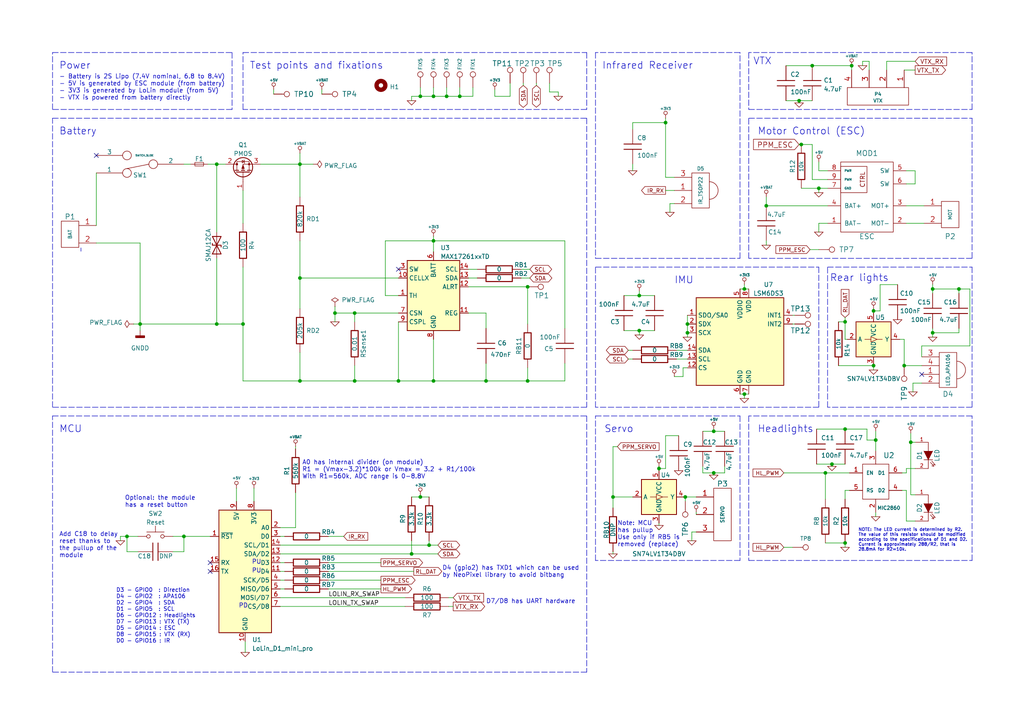
<source format=kicad_sch>
(kicad_sch (version 20211123) (generator eeschema)
  (paper "A4")
  (title_block (title "Carinsitu") (date "2019-06-18") (rev "1") (company "OpusLabs"))
  (junction (at 86.995 47.625))
  (junction (at 247.015 19.05))
  (junction (at 140.97 110.49))
  (junction (at 53.34 155.575))
  (junction (at 121.92 144.145))
  (junction (at 245.11 124.46))
  (junction (at 125.73 69.85))
  (junction (at 115.57 110.49))
  (junction (at 207.01 137.16))
  (junction (at 253.365 106.045))
  (junction (at 245.11 157.48))
  (junction (at 125.73 110.49))
  (junction (at 222.25 59.69))
  (junction (at 264.16 128.27))
  (junction (at 193.04 35.56))
  (junction (at 153.035 83.185))
  (junction (at 278.13 83.82))
  (junction (at 235.585 19.05))
  (junction (at 62.865 93.98))
  (junction (at 129.54 27.94))
  (junction (at 239.395 137.16))
  (junction (at 125.73 27.94))
  (junction (at 241.3 134.62))
  (junction (at 97.155 90.805))
  (junction (at 70.485 93.98))
  (junction (at 199.39 93.98))
  (junction (at 177.8 144.145))
  (junction (at 133.35 27.94))
  (junction (at 231.775 29.21))
  (junction (at 36.83 155.575))
  (junction (at 185.42 85.725))
  (junction (at 215.9 114.3))
  (junction (at 86.995 80.645))
  (junction (at 198.755 144.145))
  (junction (at 237.49 54.61))
  (junction (at 40.64 93.98))
  (junction (at 153.035 110.49))
  (junction (at 102.87 90.805))
  (junction (at 199.39 96.52))
  (junction (at 185.42 95.885))
  (junction (at 121.92 27.94))
  (junction (at 270.51 96.52))
  (junction (at 253.365 90.17))
  (junction (at 102.87 110.49))
  (junction (at 119.38 160.655))
  (junction (at 232.41 41.91))
  (junction (at 245.11 93.345))
  (junction (at 207.01 125.095))
  (junction (at 191.135 135.89))
  (junction (at 254 127.635))
  (junction (at 215.9 83.82))
  (junction (at 262.255 106.045))
  (junction (at 62.865 47.625))
  (junction (at 124.46 158.115))
  (junction (at 86.995 110.49))
  (junction (at 270.51 83.82))
  (no_connect (at 27.94 45.085))
  (no_connect (at 60.96 165.735))
  (no_connect (at 60.96 163.195))
  (no_connect (at 115.57 78.105))
  (no_connect (at 267.335 108.585))
  (wire (pts (xy 130.175 175.895) (xy 131.445 175.895)))
  (wire (pts (xy 267.97 59.69) (xy 262.89 59.69)))
  (polyline (pts (xy 217.17 34.29) (xy 281.94 34.29)))
  (wire (pts (xy 151.13 78.105) (xy 153.67 78.105)))
  (wire (pts (xy 155.575 24.765) (xy 155.575 24.13)))
  (wire (pts (xy 210.185 135.255) (xy 210.185 137.16)))
  (wire (pts (xy 245.11 98.425) (xy 245.745 98.425)))
  (wire (pts (xy 278.13 83.82) (xy 278.13 85.09)))
  (polyline (pts (xy 217.17 15.24) (xy 217.17 31.75)))
  (polyline (pts (xy 170.18 31.75) (xy 70.485 31.75)))
  (wire (pts (xy 133.35 25.4) (xy 133.35 27.94)))
  (wire (pts (xy 151.765 24.13) (xy 151.765 24.765)))
  (wire (pts (xy 262.255 98.425) (xy 262.255 106.045)))
  (wire (pts (xy 133.35 27.94) (xy 129.54 27.94)))
  (wire (pts (xy 130.175 173.355) (xy 131.445 173.355)))
  (polyline (pts (xy 281.94 120.65) (xy 217.17 120.65)))
  (polyline (pts (xy 15.24 34.29) (xy 170.18 34.29)))
  (wire (pts (xy 125.73 27.94) (xy 121.92 27.94)))
  (wire (pts (xy 95.25 165.735) (xy 120.015 165.735)))
  (wire (pts (xy 185.42 85.725) (xy 189.865 85.725)))
  (wire (pts (xy 203.835 137.16) (xy 207.01 137.16)))
  (wire (pts (xy 137.16 25.4) (xy 137.16 27.94)))
  (wire (pts (xy 270.51 83.82) (xy 278.13 83.82)))
  (wire (pts (xy 185.42 95.885) (xy 185.42 97.155)))
  (wire (pts (xy 81.28 163.195) (xy 82.55 163.195)))
  (wire (pts (xy 251.46 127.635) (xy 251.46 124.46)))
  (polyline (pts (xy 170.18 34.29) (xy 170.18 118.11)))
  (wire (pts (xy 70.485 93.98) (xy 62.865 93.98)))
  (wire (pts (xy 161.925 27.94) (xy 161.925 26.67)))
  (wire (pts (xy 237.49 67.31) (xy 237.49 64.77)))
  (wire (pts (xy 237.49 55.88) (xy 237.49 54.61)))
  (wire (pts (xy 125.73 25.4) (xy 125.73 27.94)))
  (wire (pts (xy 215.9 82.55) (xy 215.9 83.82)))
  (polyline (pts (xy 281.94 31.75) (xy 281.94 15.24)))
  (wire (pts (xy 62.865 74.93) (xy 62.865 93.98)))
  (wire (pts (xy 86.995 80.645) (xy 115.57 80.645)))
  (polyline (pts (xy 240.03 77.47) (xy 281.94 77.47)))
  (wire (pts (xy 199.39 96.52) (xy 199.39 97.79)))
  (polyline (pts (xy 70.485 31.75) (xy 70.485 15.24)))
  (wire (pts (xy 265.43 128.27) (xy 264.16 128.27)))
  (wire (pts (xy 243.205 106.045) (xy 253.365 106.045)))
  (wire (pts (xy 102.87 90.805) (xy 115.57 90.805)))
  (wire (pts (xy 229.87 158.75) (xy 227.33 158.75)))
  (wire (pts (xy 135.89 83.185) (xy 153.035 83.185)))
  (wire (pts (xy 125.73 69.85) (xy 125.73 73.025)))
  (wire (pts (xy 200.66 154.305) (xy 201.93 154.305)))
  (wire (pts (xy 125.73 68.58) (xy 125.73 69.85)))
  (polyline (pts (xy 281.94 162.56) (xy 281.94 120.65)))
  (polyline (pts (xy 67.31 31.75) (xy 15.24 31.75)))
  (wire (pts (xy 81.28 158.115) (xy 124.46 158.115)))
  (wire (pts (xy 53.34 155.575) (xy 60.96 155.575)))
  (wire (pts (xy 95.25 155.575) (xy 99.695 155.575)))
  (wire (pts (xy 234.95 72.39) (xy 237.49 72.39)))
  (wire (pts (xy 97.155 90.805) (xy 97.155 93.345)))
  (wire (pts (xy 254 125.095) (xy 254 127.635)))
  (polyline (pts (xy 217.17 31.75) (xy 281.94 31.75)))
  (wire (pts (xy 191.135 135.255) (xy 191.135 135.89)))
  (wire (pts (xy 27.94 70.485) (xy 40.64 70.485)))
  (wire (pts (xy 257.175 17.78) (xy 257.175 20.32)))
  (wire (pts (xy 53.34 47.625) (xy 55.245 47.625)))
  (wire (pts (xy 27.94 50.165) (xy 27.94 65.405)))
  (wire (pts (xy 215.9 114.3) (xy 217.17 114.3)))
  (wire (pts (xy 245.11 158.75) (xy 245.11 157.48)))
  (wire (pts (xy 36.83 155.575) (xy 40.005 155.575)))
  (wire (pts (xy 97.155 88.9) (xy 97.155 90.805)))
  (wire (pts (xy 60.325 47.625) (xy 62.865 47.625)))
  (wire (pts (xy 270.51 85.09) (xy 270.51 83.82)))
  (wire (pts (xy 254 149.86) (xy 254 148.59)))
  (wire (pts (xy 183.515 35.56) (xy 193.04 35.56)))
  (wire (pts (xy 161.925 26.67) (xy 159.385 26.67)))
  (wire (pts (xy 207.01 137.16) (xy 210.185 137.16)))
  (wire (pts (xy 95.25 170.815) (xy 110.49 170.815)))
  (wire (pts (xy 207.01 124.46) (xy 207.01 125.095)))
  (wire (pts (xy 264.16 143.51) (xy 265.43 143.51)))
  (wire (pts (xy 86.995 44.45) (xy 86.995 47.625)))
  (wire (pts (xy 143.51 27.94) (xy 147.955 27.94)))
  (wire (pts (xy 68.58 141.605) (xy 68.58 145.415)))
  (wire (pts (xy 163.83 95.25) (xy 163.83 69.85)))
  (wire (pts (xy 163.83 105.41) (xy 163.83 110.49)))
  (wire (pts (xy 180.975 95.885) (xy 185.42 95.885)))
  (wire (pts (xy 222.25 69.85) (xy 222.25 71.12)))
  (wire (pts (xy 253.365 89.535) (xy 253.365 90.17)))
  (wire (pts (xy 195.58 109.22) (xy 198.12 109.22)))
  (polyline (pts (xy 281.94 34.29) (xy 281.94 74.93)))
  (wire (pts (xy 86.995 102.235) (xy 86.995 110.49)))
  (wire (pts (xy 254 127.635) (xy 254 130.81)))
  (polyline (pts (xy 214.63 15.24) (xy 172.72 15.24)))
  (wire (pts (xy 40.64 70.485) (xy 40.64 93.98)))
  (wire (pts (xy 281.305 100.33) (xy 267.335 100.33)))
  (wire (pts (xy 262.89 64.77) (xy 267.97 64.77)))
  (polyline (pts (xy 217.17 162.56) (xy 281.94 162.56)))
  (wire (pts (xy 81.28 155.575) (xy 82.55 155.575)))
  (polyline (pts (xy 67.31 15.24) (xy 67.31 31.75)))
  (wire (pts (xy 73.66 141.605) (xy 73.66 145.415)))
  (wire (pts (xy 135.89 80.645) (xy 138.43 80.645)))
  (wire (pts (xy 239.395 157.48) (xy 245.11 157.48)))
  (wire (pts (xy 119.38 144.145) (xy 121.92 144.145)))
  (wire (pts (xy 264.16 125.73) (xy 264.16 128.27)))
  (wire (pts (xy 81.28 175.895) (xy 117.475 175.895)))
  (wire (pts (xy 62.865 47.625) (xy 65.405 47.625)))
  (polyline (pts (xy 15.24 15.24) (xy 67.31 15.24)))
  (wire (pts (xy 232.41 41.91) (xy 235.585 41.91)))
  (wire (pts (xy 253.365 107.315) (xy 253.365 106.045)))
  (wire (pts (xy 34.925 155.575) (xy 34.925 156.845)))
  (wire (pts (xy 86.995 47.625) (xy 90.805 47.625)))
  (wire (pts (xy 207.01 137.16) (xy 207.01 137.795)))
  (wire (pts (xy 153.035 110.49) (xy 163.83 110.49)))
  (wire (pts (xy 278.13 95.25) (xy 278.13 96.52)))
  (wire (pts (xy 262.89 151.13) (xy 265.43 151.13)))
  (wire (pts (xy 129.54 27.94) (xy 125.73 27.94)))
  (wire (pts (xy 245.11 144.78) (xy 245.11 142.24)))
  (polyline (pts (xy 170.18 120.65) (xy 170.18 194.945)))
  (wire (pts (xy 177.8 147.32) (xy 177.8 144.145)))
  (wire (pts (xy 86.995 69.85) (xy 86.995 80.645)))
  (wire (pts (xy 229.87 93.98) (xy 230.505 93.98)))
  (wire (pts (xy 191.135 135.89) (xy 191.135 136.525)))
  (wire (pts (xy 70.485 110.49) (xy 70.485 93.98)))
  (polyline (pts (xy 70.485 15.24) (xy 170.18 15.24)))
  (wire (pts (xy 193.04 126.365) (xy 193.04 135.89)))
  (wire (pts (xy 124.46 158.115) (xy 127 158.115)))
  (wire (pts (xy 121.92 143.51) (xy 121.92 144.145)))
  (wire (pts (xy 243.205 93.345) (xy 245.11 93.345)))
  (polyline (pts (xy 172.72 118.11) (xy 172.72 77.47)))
  (wire (pts (xy 70.485 64.77) (xy 70.485 55.245)))
  (wire (pts (xy 253.365 90.17) (xy 255.27 90.17)))
  (wire (pts (xy 40.005 160.02) (xy 36.83 160.02)))
  (wire (pts (xy 250.19 17.78) (xy 252.095 17.78)))
  (wire (pts (xy 231.775 41.91) (xy 232.41 41.91)))
  (polyline (pts (xy 172.72 162.56) (xy 172.72 120.65)))
  (wire (pts (xy 270.51 96.52) (xy 270.51 95.25)))
  (wire (pts (xy 163.83 69.85) (xy 125.73 69.85)))
  (wire (pts (xy 229.87 91.44) (xy 230.505 91.44)))
  (polyline (pts (xy 15.24 120.65) (xy 170.18 120.65)))
  (wire (pts (xy 185.42 95.885) (xy 189.865 95.885)))
  (wire (pts (xy 237.49 64.77) (xy 240.03 64.77)))
  (wire (pts (xy 198.12 109.22) (xy 198.12 106.68)))
  (wire (pts (xy 129.54 25.4) (xy 129.54 27.94)))
  (wire (pts (xy 93.345 26.035) (xy 93.345 27.305)))
  (wire (pts (xy 119.38 27.94) (xy 119.38 29.21)))
  (wire (pts (xy 143.51 26.035) (xy 143.51 27.94)))
  (wire (pts (xy 255.27 90.17) (xy 255.27 82.55)))
  (wire (pts (xy 125.73 110.49) (xy 115.57 110.49)))
  (wire (pts (xy 81.28 165.735) (xy 82.55 165.735)))
  (wire (pts (xy 183.515 144.145) (xy 177.8 144.145)))
  (wire (pts (xy 185.42 84.455) (xy 185.42 85.725)))
  (wire (pts (xy 140.97 105.41) (xy 140.97 110.49)))
  (wire (pts (xy 251.46 124.46) (xy 245.11 124.46)))
  (wire (pts (xy 182.245 101.6) (xy 183.515 101.6)))
  (wire (pts (xy 267.335 100.33) (xy 267.335 103.505)))
  (wire (pts (xy 86.995 80.645) (xy 86.995 89.535)))
  (polyline (pts (xy 170.18 194.945) (xy 15.24 194.945)))
  (wire (pts (xy 245.11 142.24) (xy 246.38 142.24)))
  (wire (pts (xy 215.9 83.82) (xy 217.17 83.82)))
  (polyline (pts (xy 217.17 120.65) (xy 217.17 162.56)))
  (wire (pts (xy 203.835 125.095) (xy 207.01 125.095)))
  (polyline (pts (xy 281.94 118.11) (xy 240.03 118.11)))
  (wire (pts (xy 215.9 83.82) (xy 214.63 83.82)))
  (polyline (pts (xy 214.63 162.56) (xy 172.72 162.56)))
  (wire (pts (xy 250.19 19.05) (xy 250.19 17.78)))
  (wire (pts (xy 36.83 155.575) (xy 34.925 155.575)))
  (wire (pts (xy 239.395 137.16) (xy 246.38 137.16)))
  (polyline (pts (xy 15.24 194.945) (xy 15.24 120.65)))
  (wire (pts (xy 241.3 134.62) (xy 245.11 134.62)))
  (polyline (pts (xy 170.18 118.11) (xy 15.24 118.11)))
  (wire (pts (xy 38.735 93.98) (xy 40.64 93.98)))
  (wire (pts (xy 53.34 160.02) (xy 53.34 155.575)))
  (wire (pts (xy 239.395 137.16) (xy 239.395 144.78)))
  (wire (pts (xy 261.62 142.24) (xy 262.89 142.24)))
  (wire (pts (xy 140.97 110.49) (xy 125.73 110.49)))
  (wire (pts (xy 265.43 17.78) (xy 257.175 17.78)))
  (wire (pts (xy 121.92 144.145) (xy 124.46 144.145)))
  (polyline (pts (xy 214.63 74.93) (xy 214.63 15.24)))
  (wire (pts (xy 207.01 125.095) (xy 210.185 125.095)))
  (polyline (pts (xy 170.18 15.24) (xy 170.18 31.75)))
  (wire (pts (xy 81.28 170.815) (xy 82.55 170.815)))
  (wire (pts (xy 235.585 19.05) (xy 247.015 19.05)))
  (wire (pts (xy 264.795 111.125) (xy 267.335 111.125)))
  (wire (pts (xy 70.485 77.47) (xy 70.485 93.98)))
  (wire (pts (xy 196.215 101.6) (xy 199.39 101.6)))
  (wire (pts (xy 254 127.635) (xy 251.46 127.635)))
  (wire (pts (xy 86.995 110.49) (xy 102.87 110.49)))
  (polyline (pts (xy 15.24 118.11) (xy 15.24 34.29)))
  (wire (pts (xy 236.855 134.62) (xy 241.3 134.62)))
  (wire (pts (xy 196.215 104.14) (xy 199.39 104.14)))
  (wire (pts (xy 140.97 95.25) (xy 140.97 90.805)))
  (wire (pts (xy 222.25 57.15) (xy 222.25 59.69)))
  (wire (pts (xy 270.51 96.52) (xy 278.13 96.52)))
  (polyline (pts (xy 240.03 118.11) (xy 240.03 77.47)))
  (wire (pts (xy 177.8 129.54) (xy 179.07 129.54)))
  (wire (pts (xy 153.035 83.185) (xy 153.035 93.98)))
  (wire (pts (xy 153.035 106.68) (xy 153.035 110.49)))
  (wire (pts (xy 237.49 49.53) (xy 240.03 49.53)))
  (polyline (pts (xy 281.94 15.24) (xy 217.17 15.24)))
  (wire (pts (xy 86.995 110.49) (xy 70.485 110.49)))
  (wire (pts (xy 191.135 152.4) (xy 191.135 151.765)))
  (wire (pts (xy 121.92 27.94) (xy 119.38 27.94)))
  (wire (pts (xy 81.28 160.655) (xy 119.38 160.655)))
  (wire (pts (xy 262.89 49.53) (xy 265.43 49.53)))
  (wire (pts (xy 270.51 83.82) (xy 270.51 82.55)))
  (wire (pts (xy 193.04 135.89) (xy 191.135 135.89)))
  (wire (pts (xy 235.585 52.07) (xy 240.03 52.07)))
  (polyline (pts (xy 237.49 77.47) (xy 237.49 118.11)))
  (wire (pts (xy 227.965 29.21) (xy 231.775 29.21)))
  (wire (pts (xy 102.87 110.49) (xy 115.57 110.49)))
  (wire (pts (xy 81.28 173.355) (xy 117.475 173.355)))
  (wire (pts (xy 183.515 35.56) (xy 183.515 37.465)))
  (wire (pts (xy 198.12 106.68) (xy 199.39 106.68)))
  (wire (pts (xy 95.25 163.195) (xy 110.49 163.195)))
  (wire (pts (xy 115.57 93.345) (xy 115.57 110.49)))
  (wire (pts (xy 235.585 41.91) (xy 235.585 52.07)))
  (wire (pts (xy 102.87 90.805) (xy 97.155 90.805)))
  (wire (pts (xy 262.89 135.89) (xy 265.43 135.89)))
  (wire (pts (xy 199.39 93.98) (xy 199.39 96.52)))
  (polyline (pts (xy 172.72 120.65) (xy 214.63 120.65)))
  (polyline (pts (xy 237.49 118.11) (xy 172.72 118.11)))
  (wire (pts (xy 102.87 93.345) (xy 102.87 90.805)))
  (wire (pts (xy 222.25 59.69) (xy 240.03 59.69)))
  (wire (pts (xy 62.865 93.98) (xy 40.64 93.98)))
  (wire (pts (xy 147.955 27.94) (xy 147.955 24.13)))
  (wire (pts (xy 200.66 156.845) (xy 200.66 154.305)))
  (wire (pts (xy 278.13 83.82) (xy 281.305 83.82)))
  (wire (pts (xy 255.27 82.55) (xy 260.35 82.55)))
  (wire (pts (xy 198.755 144.145) (xy 201.93 144.145)))
  (wire (pts (xy 151.13 80.645) (xy 153.67 80.645)))
  (wire (pts (xy 75.565 47.625) (xy 86.995 47.625)))
  (wire (pts (xy 196.85 126.365) (xy 193.04 126.365)))
  (wire (pts (xy 245.11 93.345) (xy 245.11 98.425)))
  (wire (pts (xy 95.25 168.275) (xy 110.49 168.275)))
  (wire (pts (xy 177.8 160.02) (xy 177.8 160.655)))
  (wire (pts (xy 135.89 90.805) (xy 140.97 90.805)))
  (wire (pts (xy 201.93 149.225) (xy 201.93 148.59)))
  (wire (pts (xy 180.975 85.725) (xy 185.42 85.725)))
  (wire (pts (xy 245.11 124.46) (xy 236.855 124.46)))
  (wire (pts (xy 137.16 27.94) (xy 133.35 27.94)))
  (wire (pts (xy 193.04 34.29) (xy 193.04 35.56)))
  (wire (pts (xy 253.365 90.17) (xy 253.365 90.805)))
  (wire (pts (xy 232.41 54.61) (xy 237.49 54.61)))
  (wire (pts (xy 85.725 153.035) (xy 81.28 153.035)))
  (wire (pts (xy 265.43 53.34) (xy 262.89 53.34)))
  (wire (pts (xy 62.865 47.625) (xy 62.865 67.31)))
  (wire (pts (xy 203.835 135.255) (xy 203.835 137.16)))
  (wire (pts (xy 111.76 69.85) (xy 125.73 69.85)))
  (polyline (pts (xy 172.72 74.93) (xy 214.63 74.93)))
  (polyline (pts (xy 281.94 77.47) (xy 281.94 118.11)))
  (wire (pts (xy 125.73 98.425) (xy 125.73 110.49)))
  (wire (pts (xy 199.39 91.44) (xy 199.39 93.98)))
  (wire (pts (xy 193.04 51.435) (xy 195.58 51.435)))
  (wire (pts (xy 231.775 29.21) (xy 235.585 29.21)))
  (polyline (pts (xy 214.63 120.65) (xy 214.63 162.56)))
  (wire (pts (xy 121.92 25.4) (xy 121.92 27.94)))
  (wire (pts (xy 252.095 17.78) (xy 252.095 20.32)))
  (wire (pts (xy 81.28 168.275) (xy 82.55 168.275)))
  (wire (pts (xy 281.305 83.82) (xy 281.305 100.33)))
  (wire (pts (xy 227.965 19.05) (xy 235.585 19.05)))
  (wire (pts (xy 124.46 156.845) (xy 124.46 158.115)))
  (wire (pts (xy 85.725 129.54) (xy 85.725 130.175)))
  (wire (pts (xy 50.165 155.575) (xy 53.34 155.575)))
  (wire (pts (xy 264.795 113.665) (xy 264.795 111.125)))
  (wire (pts (xy 247.015 19.05) (xy 247.015 20.32)))
  (wire (pts (xy 245.11 92.075) (xy 245.11 93.345)))
  (wire (pts (xy 36.83 160.02) (xy 36.83 155.575)))
  (polyline (pts (xy 15.24 31.75) (xy 15.24 15.24)))
  (wire (pts (xy 193.04 55.245) (xy 195.58 55.245)))
  (wire (pts (xy 194.31 59.055) (xy 194.31 61.595)))
  (wire (pts (xy 119.38 160.655) (xy 127 160.655)))
  (polyline (pts (xy 172.72 77.47) (xy 237.49 77.47)))
  (wire (pts (xy 71.12 186.055) (xy 71.12 189.23)))
  (wire (pts (xy 135.89 78.105) (xy 138.43 78.105)))
  (wire (pts (xy 182.245 104.14) (xy 183.515 104.14)))
  (wire (pts (xy 215.9 114.3) (xy 214.63 114.3)))
  (wire (pts (xy 85.725 142.875) (xy 85.725 153.035)))
  (wire (pts (xy 194.31 59.055) (xy 195.58 59.055)))
  (wire (pts (xy 270.51 97.79) (xy 270.51 96.52)))
  (wire (pts (xy 79.375 26.035) (xy 79.375 27.305)))
  (wire (pts (xy 119.38 156.845) (xy 119.38 160.655)))
  (wire (pts (xy 40.64 93.98) (xy 40.64 95.885)))
  (polyline (pts (xy 281.94 74.93) (xy 217.17 74.93)))
  (wire (pts (xy 237.49 54.61) (xy 240.03 54.61)))
  (wire (pts (xy 262.89 137.16) (xy 262.89 135.89)))
  (wire (pts (xy 260.985 98.425) (xy 262.255 98.425)))
  (wire (pts (xy 177.8 129.54) (xy 177.8 144.145)))
  (wire (pts (xy 227.33 137.16) (xy 239.395 137.16)))
  (wire (pts (xy 198.755 144.145) (xy 198.755 145.415)))
  (wire (pts (xy 86.995 47.625) (xy 86.995 57.15)))
  (wire (pts (xy 265.43 49.53) (xy 265.43 53.34)))
  (wire (pts (xy 215.9 115.57) (xy 215.9 114.3)))
  (wire (pts (xy 50.165 160.02) (xy 53.34 160.02)))
  (wire (pts (xy 237.49 46.99) (xy 237.49 49.53)))
  (polyline (pts (xy 217.17 74.93) (xy 217.17 34.29)))
  (wire (pts (xy 262.255 20.32) (xy 265.43 20.32)))
  (wire (pts (xy 193.04 35.56) (xy 193.04 51.435)))
  (wire (pts (xy 241.3 134.62) (xy 241.3 135.255)))
  (wire (pts (xy 262.255 106.045) (xy 267.335 106.045)))
  (wire (pts (xy 183.515 47.625) (xy 183.515 49.53)))
  (wire (pts (xy 102.87 106.045) (xy 102.87 110.49)))
  (wire (pts (xy 262.89 142.24) (xy 262.89 151.13)))
  (wire (pts (xy 159.385 26.67) (xy 159.385 24.13)))
  (wire (pts (xy 111.76 69.85) (xy 111.76 85.725)))
  (wire (pts (xy 115.57 85.725) (xy 111.76 85.725)))
  (wire (pts (xy 261.62 137.16) (xy 262.89 137.16)))
  (polyline (pts (xy 172.72 15.24) (xy 172.72 74.93)))
  (wire (pts (xy 140.97 110.49) (xy 153.035 110.49)))
  (wire (pts (xy 264.16 128.27) (xy 264.16 143.51)))
  (wire (pts (xy 231.775 29.21) (xy 231.775 29.845)))
  (text "PD" (at 69.215 176.53 0) (effects (font (size 1.27 1.27)) (justify left bottom)))
  (text "-" (at 24.13 71.755 270) (effects (font (size 1.27 1.27)) (justify right bottom)))
  (text "Optional: the module\nhas a reset button" (at 36.195 147.32 0) (effects (font (size 1.27 1.27)) (justify left bottom)))
  (text "D7/D8 has UART hardware" (at 140.97 175.26 0) (effects (font (size 1.27 1.27)) (justify left bottom)))
  (text "MCU" (at 17.145 125.73 0) (effects (font (size 2.032 2.032)) (justify left bottom)))
  (text "A0 has internal divider (on module)\nR1 = (Vmax-3.2)*100k or Vmax = 3.2 + R1/100k\nWith R1=560k, ADC range is 0-8.8V" (at 87.63 139.065 0) (effects (font (size 1.27 1.27)) (justify left bottom)))
  (text "+" (at -208.28 158.115 0) (effects (font (size 1.27 1.27)) (justify left bottom)))
  (text "Test points and fixations" (at 72.39 20.32 0) (effects (font (size 2.032 2.032)) (justify left bottom)))
  (text "NOTE: The LED current is determined by R2.\nThe value of this resistor should be modified\naccording to the specifications of D1 and D2.\nCurrent is approximately 288/R2, that is\n28.8mA for R2=10k." (at 248.92 160.02 0) (effects (font (size 0.889 0.889)) (justify left bottom)))
  (text "Motor Control (ESC)" (at 219.71 39.37 0) (effects (font (size 2.032 2.032)) (justify left bottom)))
  (text "D3 - GPIO0  : Direction\nD4 - GPIO2  : APA106\nD2 - GPIO4  : SDA\nD1 - GPIO5  : SCL\nD6 - GPIO12 : Headlights\nD7 - GPIO13 : VTX (TX)\nD5 - GPIO14 : ESC\nD8 - GPIO15 : VTX (RX)\nD0 - GPIO16 : IR" (at 33.655 186.69 0) (effects (font (size 1.143 1.143)) (justify left bottom)))
  (text "Battery" (at 17.145 39.37 0) (effects (font (size 2.032 2.032)) (justify left bottom)))
  (text "Note: MCU\nhas pullup\nUse only if RB5 is\nremoved (replace)" (at 179.07 158.75 0) (effects (font (size 1.27 1.27)) (justify left bottom)))
  (text "Add C18 to delay\nreset thanks to\nthe pullup of the\nmodule" (at 17.145 161.925 0) (effects (font (size 1.27 1.27)) (justify left bottom)))
  (text "Rear lights" (at 240.665 81.915 0) (effects (font (size 2.032 2.032)) (justify left bottom)))
  (text "VTX" (at 218.44 19.05 0) (effects (font (size 2.032 2.032)) (justify left bottom)))
  (text "D4 (gpio2) has TXD1 which can be used\nby NeoPixel library to avoid bitbang" (at 128.27 167.64 0) (effects (font (size 1.27 1.27)) (justify left bottom)))
  (text "PU" (at 73.025 166.37 0) (effects (font (size 1.27 1.27)) (justify left bottom)))
  (text "PU" (at 73.025 163.83 0) (effects (font (size 1.27 1.27)) (justify left bottom)))
  (text "Infrared Receiver" (at 174.625 20.32 0) (effects (font (size 2.032 2.032)) (justify left bottom)))
  (text "IMU" (at 195.58 82.55 0) (effects (font (size 2.032 2.032)) (justify left bottom)))
  (text "Headlights" (at 219.71 125.73 0) (effects (font (size 2.032 2.032)) (justify left bottom)))
  (text "Power" (at 17.145 20.32 0) (effects (font (size 2.032 2.032)) (justify left bottom)))
  (text "- Battery is 2S Lipo (7.4V nominal, 6.8 to 8.4V)\n- 5V is generated by ESC module (from battery)\n- 3V3 is generated by LoLin module (from 5V)\n- VTX is powered from battery directly" (at 17.145 29.21 0) (effects (font (size 1.27 1.27)) (justify left bottom)))
  (text "Servo" (at 175.26 125.73 0) (effects (font (size 2.032 2.032)) (justify left bottom)))
  (label "LOLIN_RX_SWAP" (at 95.25 173.355 0))
  (label "LOLIN_TX_SWAP" (at 95.25 175.895 0))
  (global_label "VTX_RX" (shape input) (at 265.43 17.78 0) (property "Références Inter-Feuilles" "${INTERSHEET_REFS}" (effects hide)))
  (global_label "HL_PWM" (shape input) (at 227.33 158.75 180) (effects (font (size 1.143 1.143))) (property "Références Inter-Feuilles" "${INTERSHEET_REFS}" (effects hide)))
  (global_label "SDA" (shape bidirectional) (at 153.67 80.645 0) (effects (font (size 1.143 1.143))) (property "Références Inter-Feuilles" "${INTERSHEET_REFS}" (effects hide)))
  (global_label "PPM_ESC" (shape output) (at 110.49 168.275 0) (effects (font (size 1.143 1.143))) (property "Références Inter-Feuilles" "${INTERSHEET_REFS}" (effects hide)))
  (global_label "SCL" (shape bidirectional) (at 182.245 104.14 180) (effects (font (size 1.143 1.143))) (property "Références Inter-Feuilles" "${INTERSHEET_REFS}" (effects hide)))
  (global_label "SDA" (shape bidirectional) (at 127 160.655 0) (effects (font (size 1.143 1.143))) (property "Références Inter-Feuilles" "${INTERSHEET_REFS}" (effects hide)))
  (global_label "IR_RX" (shape output) (at 193.04 55.245 180) (effects (font (size 1.143 1.143))) (property "Références Inter-Feuilles" "${INTERSHEET_REFS}" (effects hide)))
  (global_label "SCL" (shape bidirectional) (at 153.67 78.105 0) (effects (font (size 1.143 1.143))) (property "Références Inter-Feuilles" "${INTERSHEET_REFS}" (effects hide)))
  (global_label "PPM_ESC" (shape input) (at 231.775 41.91 180) (effects (font (size 1.524 1.524))) (property "Références Inter-Feuilles" "${INTERSHEET_REFS}" (effects hide)))
  (global_label "SCL" (shape bidirectional) (at 155.575 24.765 270) (effects (font (size 1.143 1.143))) (property "Références Inter-Feuilles" "${INTERSHEET_REFS}" (effects hide)))
  (global_label "IR_RX" (shape input) (at 99.695 155.575 0) (effects (font (size 1.143 1.143))) (property "Références Inter-Feuilles" "${INTERSHEET_REFS}" (effects hide)))
  (global_label "SCL" (shape bidirectional) (at 127 158.115 0) (effects (font (size 1.143 1.143))) (property "Références Inter-Feuilles" "${INTERSHEET_REFS}" (effects hide)))
  (global_label "VTX_TX" (shape output) (at 265.43 20.32 0) (property "Références Inter-Feuilles" "${INTERSHEET_REFS}" (effects hide)))
  (global_label "SDA" (shape bidirectional) (at 182.245 101.6 180) (effects (font (size 1.143 1.143))) (property "Références Inter-Feuilles" "${INTERSHEET_REFS}" (effects hide)))
  (global_label "SDA" (shape bidirectional) (at 151.765 24.765 270) (effects (font (size 1.143 1.143))) (property "Références Inter-Feuilles" "${INTERSHEET_REFS}" (effects hide)))
  (global_label "VTX_RX" (shape output) (at 131.445 175.895 0) (property "Références Inter-Feuilles" "${INTERSHEET_REFS}" (effects hide)))
  (global_label "PPM_SERVO" (shape output) (at 110.49 163.195 0) (effects (font (size 1.143 1.143))) (property "Références Inter-Feuilles" "${INTERSHEET_REFS}" (effects hide)))
  (global_label "PPM_ESC" (shape input) (at 234.95 72.39 180) (effects (font (size 1.143 1.143))) (property "Références Inter-Feuilles" "${INTERSHEET_REFS}" (effects hide)))
  (global_label "RL_DAT" (shape input) (at 245.11 92.075 90) (effects (font (size 1.143 1.143))) (property "Références Inter-Feuilles" "${INTERSHEET_REFS}" (effects hide)))
  (global_label "HL_PWM" (shape input) (at 227.33 137.16 180) (effects (font (size 1.143 1.143))) (property "Références Inter-Feuilles" "${INTERSHEET_REFS}" (effects hide)))
  (global_label "VTX_TX" (shape input) (at 131.445 173.355 0) (property "Références Inter-Feuilles" "${INTERSHEET_REFS}" (effects hide)))
  (global_label "HL_PWM" (shape output) (at 110.49 170.815 0) (effects (font (size 1.143 1.143))) (property "Références Inter-Feuilles" "${INTERSHEET_REFS}" (effects hide)))
  (global_label "RL_DAT" (shape output) (at 120.015 165.735 0) (effects (font (size 1.143 1.143))) (property "Références Inter-Feuilles" "${INTERSHEET_REFS}" (effects hide)))
  (global_label "PPM_SERVO" (shape input) (at 179.07 129.54 0) (effects (font (size 1.143 1.143))) (property "Références Inter-Feuilles" "${INTERSHEET_REFS}" (effects hide)))
  (symbol (lib_id "carinsitu:CONN_1") (at 137.16 21.59 90) (unit 1)
    (property "Reference" "FIX1" (at 137.16 20.32 0) (effects (font (size 1.016 1.016)) (justify left)))
    (property "Value" "CONN_1" (effects hide))
    (property "Footprint" "carinsitu:FIX" (effects hide))
    (property "Distrib Ref" "-" (effects hide))
    (property "Distributor" "-" (effects hide))
    (property "Manuf Ref" "-" (effects hide))
    (property "Manufacturer" "-" (effects hide))
  )
  (symbol (lib_id "carinsitu:CONN_1") (at 133.35 21.59 90) (unit 1)
    (property "Reference" "FIX2" (at 133.35 20.32 0) (effects (font (size 1.016 1.016)) (justify left)))
    (property "Value" "CONN_1" (effects hide))
    (property "Footprint" "carinsitu:FIX" (effects hide))
    (property "Distrib Ref" "-" (effects hide))
    (property "Distributor" "-" (effects hide))
    (property "Manuf Ref" "-" (effects hide))
    (property "Manufacturer" "-" (effects hide))
  )
  (symbol (lib_id "carinsitu:CONN_1") (at 129.54 21.59 90) (unit 1)
    (property "Reference" "FIX3" (at 129.54 20.32 0) (effects (font (size 1.016 1.016)) (justify left)))
    (property "Value" "CONN_1" (effects hide))
    (property "Footprint" "carinsitu:FIX" (effects hide))
    (property "Distrib Ref" "-" (effects hide))
    (property "Distributor" "-" (effects hide))
    (property "Manuf Ref" "-" (effects hide))
    (property "Manufacturer" "-" (effects hide))
  )
  (symbol (lib_id "carinsitu:CONN_1") (at 125.73 21.59 90) (unit 1)
    (property "Reference" "FIX4" (at 125.73 20.32 0) (effects (font (size 1.016 1.016)) (justify left)))
    (property "Value" "CONN_1" (effects hide))
    (property "Footprint" "carinsitu:FIX" (effects hide))
    (property "Distrib Ref" "-" (effects hide))
    (property "Distributor" "-" (effects hide))
    (property "Manuf Ref" "-" (effects hide))
    (property "Manufacturer" "-" (effects hide))
  )
  (symbol (lib_id "carinsitu:CONN_1") (at 121.92 21.59 90) (unit 1)
    (property "Reference" "FIX5" (at 121.92 20.32 0) (effects (font (size 1.016 1.016)) (justify left)))
    (property "Value" "CONN_1" (effects hide))
    (property "Footprint" "carinsitu:FIX" (effects hide))
    (property "Distrib Ref" "-" (effects hide))
    (property "Distributor" "-" (effects hide))
    (property "Manuf Ref" "-" (effects hide))
    (property "Manufacturer" "-" (effects hide))
  )
  (symbol (lib_id "carinsitu:GND") (at 119.38 29.21 0) (unit 1)
    (property "Reference" "#PWR01" (effects hide))
    (property "Value" "GND" (effects hide))
  )
  (symbol (lib_id "carinsitu:ESC") (at 251.46 57.15 0) (unit 1)
    (property "Reference" "MOD1" (at 251.46 44.45 0) (effects (font (size 1.524 1.524))))
    (property "Value" "ESC" (at 251.46 68.58 0) (effects (font (size 1.524 1.524))))
    (property "Footprint" "carinsitu:ESC" (effects hide))
  )
  (symbol (lib_id "carinsitu:CONN_2") (at 275.59 62.23 0) (unit 1)
    (property "Reference" "P2" (at 275.59 68.58 0) (effects (font (size 1.524 1.524))))
    (property "Value" "MOT" (at 275.59 62.23 90) (effects (font (size 1.016 1.016))))
    (property "Footprint" "carinsitu:CONN_JST-XH-2" (effects hide))
    (property "Manufacturer" "JST" (effects hide))
    (property "Manuf Ref" "S2B-XH-A" (effects hide))
    (property "Distributor" "Farnell" (effects hide))
    (property "Distrib Ref" "1516289" (effects hide))
  )
  (symbol (lib_id "carinsitu:LED") (at 269.24 147.32 0) (mirror x) (unit 1)
    (property "Reference" "D2" (at 266.7 147.32 90))
    (property "Value" "LED" (at 271.78 147.32 90))
    (property "Footprint" "LED_THT:LED_D5.0mm_Horizontal_O3.81mm_Z3.0mm" (effects hide))
    (property "Distrib Ref" "1716702" (effects hide))
    (property "Distributor" "Farnell" (effects hide))
    (property "Manuf Ref" "OVL-5521" (effects hide))
    (property "Manufacturer" "Multicomp pro" (effects hide))
  )
  (symbol (lib_id "carinsitu:LED") (at 269.24 132.08 0) (mirror x) (unit 1)
    (property "Reference" "D1" (at 266.7 132.08 90))
    (property "Value" "LED" (at 271.78 132.08 90))
    (property "Footprint" "LED_THT:LED_D5.0mm_Horizontal_O3.81mm_Z3.0mm" (effects hide))
    (property "Distrib Ref" "1716702" (effects hide))
    (property "Distributor" "Farnell" (effects hide))
    (property "Manuf Ref" "OVL-5521" (effects hide))
    (property "Manufacturer" "Multicomp pro" (effects hide))
  )
  (symbol (lib_id "carinsitu:MIC2860") (at 254 139.7 0) (unit 1)
    (property "Reference" "U2" (at 257.81 132.08 0) (effects (font (size 1.524 1.524))))
    (property "Value" "MIC2860" (at 257.81 147.32 0) (effects (font (size 1.016 1.016))))
    (property "Footprint" "Package_TO_SOT_SMD:SOT-23-6" (effects hide))
    (property "Manufacturer" "Microchip" (effects hide))
    (property "Manuf Ref" "MIC2860-2PYD6" (effects hide))
    (property "Distributor" "Farnell" (effects hide))
    (property "Distrib Ref" "2509995" (effects hide))
  )
  (symbol (lib_id "carinsitu:GND") (at 237.49 55.88 0) (unit 1)
    (property "Reference" "#PWR02" (effects hide))
    (property "Value" "GND" (effects hide))
  )
  (symbol (lib_id "carinsitu:+5V") (at 237.49 46.99 0) (unit 1)
    (property "Reference" "#PWR03" (effects hide))
    (property "Value" "+5V" (at 237.49 44.196 0) (effects (font (size 0.762 0.762))))
  )
  (symbol (lib_id "carinsitu:+5V") (at 264.16 125.73 0) (unit 1)
    (property "Reference" "#PWR04" (effects hide))
    (property "Value" "+5V" (at 264.16 122.936 0) (effects (font (size 0.762 0.762))))
  )
  (symbol (lib_id "carinsitu:+5V") (at 254 125.095 0) (unit 1)
    (property "Reference" "#PWR05" (effects hide))
    (property "Value" "+5V" (at 254 122.301 0) (effects (font (size 0.762 0.762))))
  )
  (symbol (lib_id "carinsitu:GND") (at 254 149.86 0) (unit 1)
    (property "Reference" "#PWR06" (effects hide))
    (property "Value" "GND" (effects hide))
  )
  (symbol (lib_id "carinsitu:R") (at 245.11 151.13 180) (unit 1)
    (property "Reference" "R2" (at 242.57 151.13 90))
    (property "Value" "10k" (at 245.11 151.13 90) (effects (font (size 1.143 1.143))))
    (property "Footprint" "Resistor_SMD:R_0805_2012Metric" (effects hide))
    (property "Distrib Ref" "2073612" (effects hide))
    (property "Distributor" "Farnell" (effects hide))
    (property "Manuf Ref" "MCMR08X103JTL" (effects hide))
    (property "Manufacturer" "Multicomp pro" (effects hide))
  )
  (symbol (lib_id "carinsitu:GND") (at 245.11 158.75 0) (unit 1)
    (property "Reference" "#PWR07" (effects hide))
    (property "Value" "GND" (effects hide))
  )
  (symbol (lib_id "carinsitu:GND") (at 237.49 67.31 0) (unit 1)
    (property "Reference" "#PWR019" (effects hide))
    (property "Value" "GND" (effects hide))
  )
  (symbol (lib_id "carinsitu:+VBAT") (at 222.25 57.15 0) (unit 1)
    (property "Reference" "#PWR021" (effects hide))
    (property "Value" "+VBAT" (at 222.25 54.356 0) (effects (font (size 0.762 0.762))))
  )
  (symbol (lib_id "carinsitu:CONN_3") (at 209.55 149.225 0) (unit 1)
    (property "Reference" "P3" (at 209.55 140.335 0) (effects (font (size 1.524 1.524))))
    (property "Value" "SERVO" (at 209.55 149.225 90) (effects (font (size 1.016 1.016))))
    (property "Footprint" "carinsitu:CONN_61300311021" (effects hide))
    (property "Manufacturer" "Molex" (effects hide))
    (property "Manuf Ref" "22-28-8030" (effects hide))
    (property "Distributor" "Farnell" (effects hide))
    (property "Distrib Ref" "3049557" (effects hide))
  )
  (symbol (lib_id "carinsitu:+5V") (at 201.93 148.59 0) (unit 1)
    (property "Reference" "#PWR025" (effects hide))
    (property "Value" "+5V" (at 201.93 145.796 0) (effects (font (size 0.762 0.762))))
  )
  (symbol (lib_id "carinsitu:GND") (at 200.66 156.845 0) (unit 1)
    (property "Reference" "#PWR026" (effects hide))
    (property "Value" "GND" (effects hide))
  )
  (symbol (lib_id "carinsitu:LED_APA106") (at 274.955 107.315 0) (unit 1)
    (property "Reference" "D4" (at 274.955 114.3 0) (effects (font (size 1.524 1.524))))
    (property "Value" "LED_APA106" (at 274.955 107.315 90) (effects (font (size 1.016 1.016))))
    (property "Footprint" "carinsitu:LED-APA106" (effects hide))
  )
  (symbol (lib_id "carinsitu:GND") (at 264.795 113.665 0) (unit 1)
    (property "Reference" "#PWR030" (effects hide))
    (property "Value" "GND" (effects hide))
  )
  (symbol (lib_id "carinsitu:CONN_1") (at 151.765 20.32 90) (unit 1)
    (property "Reference" "TP2" (at 153.67 18.415 90) (effects (font (size 1.524 1.524)) (justify left)))
    (property "Value" "CONN_1" (effects hide))
    (property "Footprint" "carinsitu:TP" (effects hide))
    (property "Distrib Ref" "-" (effects hide))
    (property "Distributor" "-" (effects hide))
    (property "Manuf Ref" "-" (effects hide))
    (property "Manufacturer" "-" (effects hide))
  )
  (symbol (lib_id "carinsitu:CONN_1") (at 155.575 20.32 90) (unit 1)
    (property "Reference" "TP3" (at 158.115 18.415 90) (effects (font (size 1.524 1.524)) (justify left)))
    (property "Value" "CONN_1" (effects hide))
    (property "Footprint" "carinsitu:TP" (effects hide))
    (property "Distrib Ref" "-" (effects hide))
    (property "Distributor" "-" (effects hide))
    (property "Manuf Ref" "-" (effects hide))
    (property "Manufacturer" "-" (effects hide))
  )
  (symbol (lib_id "carinsitu:CONN_1") (at 97.155 27.305 0) (unit 1)
    (property "Reference" "TP4" (at 99.187 27.305 0) (effects (font (size 1.524 1.524)) (justify left)))
    (property "Value" "CONN_1" (effects hide))
    (property "Footprint" "carinsitu:TP" (effects hide))
    (property "Distrib Ref" "-" (effects hide))
    (property "Distributor" "-" (effects hide))
    (property "Manuf Ref" "-" (effects hide))
    (property "Manufacturer" "-" (effects hide))
  )
  (symbol (lib_id "carinsitu:+VBAT") (at 93.345 26.035 0) (unit 1)
    (property "Reference" "#PWR053" (effects hide))
    (property "Value" "+VBAT" (at 93.345 23.241 0) (effects (font (size 0.762 0.762))))
  )
  (symbol (lib_id "carinsitu:CONN_1") (at 159.385 20.32 90) (unit 1)
    (property "Reference" "TP5" (at 163.195 18.415 90) (effects (font (size 1.524 1.524)) (justify left)))
    (property "Value" "CONN_1" (effects hide))
    (property "Footprint" "carinsitu:TP" (effects hide))
    (property "Distrib Ref" "-" (effects hide))
    (property "Distributor" "-" (effects hide))
    (property "Manuf Ref" "-" (effects hide))
    (property "Manufacturer" "-" (effects hide))
  )
  (symbol (lib_id "carinsitu:GND") (at 161.925 27.94 0) (unit 1)
    (property "Reference" "#PWR054" (effects hide))
    (property "Value" "GND" (effects hide))
  )
  (symbol (lib_id "carinsitu:IR_TSOP22") (at 203.2 55.245 0) (unit 1)
    (property "Reference" "D5" (at 203.2 48.895 0) (effects (font (size 1.016 1.016))))
    (property "Value" "IR_TSOP22" (at 203.2 55.245 90) (effects (font (size 1.016 1.016))))
    (property "Footprint" "carinsitu:CONN_61300311121" (effects hide))
    (property "Distrib Ref" "4913073" (effects hide))
    (property "Distributor" "Farnell" (effects hide))
    (property "Manuf Ref" "TSOP2238" (effects hide))
    (property "Manufacturer" "Vishay" (effects hide))
  )
  (symbol (lib_id "carinsitu:GND") (at 194.31 61.595 0) (unit 1)
    (property "Reference" "#PWR055" (effects hide))
    (property "Value" "GND" (effects hide))
  )
  (symbol (lib_id "carinsitu:+3V3") (at 193.04 34.29 0) (mirror y) (unit 1)
    (property "Reference" "#PWR056" (effects hide))
    (property "Value" "+3V3" (at 193.04 31.496 0) (effects (font (size 0.762 0.762))))
  )
  (symbol (lib_id "carinsitu:CONN_1") (at 198.755 149.225 270) (unit 1)
    (property "Reference" "TP6" (at 198.755 151.257 0) (effects (font (size 1.524 1.524)) (justify left)))
    (property "Value" "CONN_1" (effects hide))
    (property "Footprint" "carinsitu:TP" (effects hide))
    (property "Distrib Ref" "-" (effects hide))
    (property "Distributor" "-" (effects hide))
    (property "Manuf Ref" "-" (effects hide))
    (property "Manufacturer" "-" (effects hide))
  )
  (symbol (lib_id "carinsitu:C") (at 278.13 90.17 0) (unit 1)
    (property "Reference" "C16" (at 273.685 87.63 0) (effects (justify left)))
    (property "Value" "4.7uF" (at 272.415 92.71 0) (effects (justify left)))
    (property "Footprint" "Capacitor_SMD:C_0805_2012Metric" (effects hide))
    (property "Distrib Ref" "2533952" (effects hide))
    (property "Distributor" "Farnell" (effects hide))
    (property "Manuf Ref" "885012107013" (effects hide))
    (property "Manufacturer" "Würth elektronik" (effects hide))
  )
  (symbol (lib_id "carinsitu:+5V") (at 270.51 82.55 0) (unit 1)
    (property "Reference" "#PWR061" (effects hide))
    (property "Value" "+5V" (at 270.51 79.756 0) (effects (font (size 0.762 0.762))))
  )
  (symbol (lib_id "carinsitu:GND") (at 270.51 97.79 0) (unit 1)
    (property "Reference" "#PWR062" (effects hide))
    (property "Value" "GND" (effects hide))
  )
  (symbol (lib_id "carinsitu:C") (at 270.51 90.17 0) (unit 1)
    (property "Reference" "C15" (at 266.065 87.63 0) (effects (justify left)))
    (property "Value" "100nF" (at 264.16 92.71 0) (effects (justify left)))
    (property "Footprint" "Capacitor_SMD:C_0603_1608Metric" (effects hide))
    (property "Distrib Ref" "2581045" (effects hide))
    (property "Distributor" "Farnell" (effects hide))
    (property "Manuf Ref" "C0603C104M4RACTU" (effects hide))
    (property "Manufacturer" "Kemet" (effects hide))
  )
  (symbol (lib_id "carinsitu:C") (at 245.11 129.54 0) (unit 1)
    (property "Reference" "C17" (at 246.38 127 0) (effects (justify left)))
    (property "Value" "4.7uF" (at 246.38 132.08 0) (effects (justify left)))
    (property "Footprint" "Capacitor_SMD:C_0805_2012Metric" (effects hide))
    (property "Distrib Ref" "2533952" (effects hide))
    (property "Distributor" "Farnell" (effects hide))
    (property "Manuf Ref" "885012107013" (effects hide))
    (property "Manufacturer" "Würth elektronik" (effects hide))
  )
  (symbol (lib_id "carinsitu:CONN_1") (at 241.3 72.39 0) (unit 1)
    (property "Reference" "TP7" (at 243.332 72.39 0) (effects (font (size 1.524 1.524)) (justify left)))
    (property "Value" "CONN_1" (effects hide))
    (property "Footprint" "carinsitu:TP" (effects hide))
    (property "RefBis" "PPM_ESC" (effects hide))
    (property "Distrib Ref" "-" (effects hide))
    (property "Distributor" "-" (effects hide))
    (property "Manuf Ref" "-" (effects hide))
    (property "Manufacturer" "-" (effects hide))
  )
  (symbol (lib_id "carinsitu:CONN_1") (at 233.68 158.75 0) (unit 1)
    (property "Reference" "TP8" (at 233.68 156.21 0) (effects (font (size 1.143 1.143))))
    (property "Value" "CONN_1" (effects hide))
    (property "Footprint" "carinsitu:TP" (effects hide))
    (property "RefBis" "HL_PWM" (effects hide))
    (property "Distrib Ref" "-" (effects hide))
    (property "Distributor" "-" (effects hide))
    (property "Manuf Ref" "-" (effects hide))
    (property "Manufacturer" "-" (effects hide))
  )
  (symbol (lib_id "carinsitu:CONN_1") (at 262.255 109.855 270) (unit 1)
    (property "Reference" "TP9" (at 262.255 111.887 0) (effects (font (size 1.524 1.524)) (justify left)))
    (property "Value" "CONN_1" (effects hide))
    (property "Footprint" "carinsitu:TP" (effects hide))
    (property "Distrib Ref" "-" (effects hide))
    (property "Distributor" "-" (effects hide))
    (property "Manuf Ref" "-" (effects hide))
    (property "Manufacturer" "-" (effects hide))
  )
  (symbol (lib_id "carinsitu:R") (at 70.485 71.12 180) (unit 1)
    (property "Reference" "R4" (at 73.025 71.12 90))
    (property "Value" "100" (at 70.485 71.12 90))
    (property "Footprint" "Resistor_SMD:R_0805_2012Metric" (effects hide))
    (property "Distrib Ref" "2447552" (effects hide))
    (property "Distributor" "Farnell" (effects hide))
    (property "Manuf Ref" "MCWR08X1000FTL" (effects hide))
    (property "Manufacturer" "Multicomp pro" (effects hide))
  )
  (symbol (lib_id "carinsitu:GND") (at 183.515 49.53 0) (unit 1)
    (property "Reference" "#PWR020" (effects hide))
    (property "Value" "GND" (effects hide))
  )
  (symbol (lib_id "carinsitu:+3V3") (at 73.66 141.605 0) (unit 1)
    (property "Reference" "#PWR010" (effects hide))
    (property "Value" "+3V3" (at 73.66 138.811 0) (effects (font (size 0.762 0.762))))
  )
  (symbol (lib_id "carinsitu:GND") (at 199.39 97.79 0) (unit 1)
    (property "Reference" "#PWR018" (effects hide))
    (property "Value" "GND" (effects hide))
  )
  (symbol (lib_id "Logic_LevelTranslator:SN74LV1T34DBV") (at 253.365 98.425 0) (unit 1)
    (property "Reference" "U5" (at 255.27 92.075 0))
    (property "Value" "SN74LV1T34DBV" (at 253.365 109.855 0))
    (property "Footprint" "Package_TO_SOT_SMD:SOT-23-5" (effects hide))
    (property "Datasheet" "https://www.ti.com/lit/ds/symlink/sn74lv1t34.pdf" (effects hide))
    (property "Distrib Ref" "218-4596" (effects hide))
    (property "Distributor" "RS" (effects hide))
    (property "Manuf Ref" "SN74LV1T34DBVR" (effects hide))
    (property "Manufacturer" "Texas instruments" (effects hide))
  )
  (symbol (lib_id "Device:D_TVS") (at 62.865 71.12 90) (unit 1)
    (property "Reference" "D3" (at 65.405 71.12 0))
    (property "Value" "SMAJ12CA" (at 60.4321 71.12 0))
    (property "Footprint" "Diode_SMD:D_SMA" (effects hide))
    (property "Distrib Ref" "2675283" (effects hide))
    (property "Distributor" "Farnell" (effects hide))
    (property "Manuf Ref" "SMAJ12CA+" (effects hide))
    (property "Manufacturer" "Multicomp pro" (effects hide))
  )
  (symbol (lib_id "carinsitu:GND") (at 222.25 71.12 0) (unit 1)
    (property "Reference" "#PWR043" (effects hide))
    (property "Value" "GND" (effects hide))
  )
  (symbol (lib_id "carinsitu:+3V3") (at 195.58 109.22 0) (unit 1)
    (property "Reference" "#PWR017" (effects hide))
    (property "Value" "+3V3" (at 195.58 106.426 0) (effects (font (size 0.762 0.762))))
  )
  (symbol (lib_id "carinsitu:CONN_1") (at 234.315 91.44 0) (unit 1)
    (property "Reference" "TP13" (at 229.235 89.535 0) (effects (font (size 1.524 1.524)) (justify left)))
    (property "Value" "CONN_1" (effects hide))
    (property "Footprint" "carinsitu:TP" (effects hide))
    (property "RefBis" "INT1" (effects hide))
    (property "Distrib Ref" "-" (effects hide))
    (property "Distributor" "-" (effects hide))
    (property "Manuf Ref" "-" (effects hide))
    (property "Manufacturer" "-" (effects hide))
  )
  (symbol (lib_id "carinsitu:+VBAT") (at 86.995 44.45 0) (unit 1)
    (property "Reference" "#PWR0108" (effects hide))
    (property "Value" "+VBAT" (at 86.995 41.656 0) (effects (font (size 0.762 0.762))))
  )
  (symbol (lib_id "carinsitu:R") (at 123.825 175.895 90) (unit 1)
    (property "Reference" "R7" (at 123.825 178.435 90))
    (property "Value" "100" (at 123.825 175.895 90))
    (property "Footprint" "Resistor_SMD:R_0805_2012Metric" (effects hide))
    (property "Distrib Ref" "2447552" (effects hide))
    (property "Distributor" "Farnell" (effects hide))
    (property "Manuf Ref" "MCWR08X1000FTL" (effects hide))
    (property "Manufacturer" "Multicomp pro" (effects hide))
  )
  (symbol (lib_id "Mechanical:MountingHole") (at 110.49 24.765 0) (unit 1)
    (property "Reference" "H1" (at 113.03 25.1988 0) (effects (justify left)))
    (property "Value" "MountingHole" (effects hide))
    (property "Footprint" "carinsitu:VTX_avatar_halfholes" (effects hide))
    (property "Distrib Ref" "-" (effects hide))
    (property "Distributor" "-" (effects hide))
    (property "Manuf Ref" "-" (effects hide))
    (property "Manufacturer" "-" (effects hide))
  )
  (symbol (lib_id "carinsitu:C") (at 235.585 24.13 0) (unit 1)
    (property "Reference" "C1" (at 238.887 23.2953 0) (effects (justify left)))
    (property "Value" "4.7uF" (at 238.887 25.8322 0) (effects (justify left)))
    (property "Footprint" "Capacitor_SMD:C_0805_2012Metric" (effects hide))
    (property "Distrib Ref" "2533952" (effects hide))
    (property "Distributor" "Farnell" (effects hide))
    (property "Manuf Ref" "885012107013" (effects hide))
    (property "Manufacturer" "Würth elektronik" (effects hide))
  )
  (symbol (lib_id "carinsitu:GND") (at 177.8 160.655 0) (unit 1)
    (property "Reference" "#PWR040" (effects hide))
    (property "Value" "GND" (effects hide))
  )
  (symbol (lib_id "Sensor_Motion:LSM6DS3") (at 214.63 99.06 0) (unit 1)
    (property "Reference" "U7" (at 222.885 82.55 0))
    (property "Value" "LSM6DS3" (at 222.885 85.0869 0))
    (property "Footprint" "Package_LGA:LGA-14_3x2.5mm_P0.5mm_LayoutBorder3x4y" (effects hide))
    (property "Datasheet" "https://www.st.com/resource/en/datasheet/lsm6ds3tr-c.pdf" (effects hide))
    (property "Distrib Ref" "2664522" (effects hide))
    (property "Distributor" "Farnell" (effects hide))
    (property "Manuf Ref" "LSM6DSMTR" (effects hide))
    (property "Manufacturer" "ST" (effects hide))
  )
  (symbol (lib_id "carinsitu:C") (at 196.85 131.445 0) (unit 1)
    (property "Reference" "C9" (at 198.12 128.905 0) (effects (justify left)))
    (property "Value" "100nF" (at 199.39 138.43 90) (effects (justify left)))
    (property "Footprint" "Capacitor_SMD:C_0603_1608Metric" (effects hide))
    (property "Distrib Ref" "2581045" (effects hide))
    (property "Distributor" "Farnell" (effects hide))
    (property "Manuf Ref" "C0603C104M4RACTU" (effects hide))
    (property "Manufacturer" "Kemet" (effects hide))
  )
  (symbol (lib_id "carinsitu:C") (at 189.865 90.805 180) (unit 1)
    (property "Reference" "C4" (at 188.595 93.345 0) (effects (justify left)))
    (property "Value" "4.7uF" (at 188.595 88.265 0) (effects (justify left)))
    (property "Footprint" "Capacitor_SMD:C_0805_2012Metric" (effects hide))
    (property "Distrib Ref" "2533952" (effects hide))
    (property "Distributor" "Farnell" (effects hide))
    (property "Manuf Ref" "885012107013" (effects hide))
    (property "Manufacturer" "Würth elektronik" (effects hide))
  )
  (symbol (lib_id "carinsitu:+VBAT") (at 247.015 19.05 0) (unit 1)
    (property "Reference" "#PWR014" (effects hide))
    (property "Value" "+VBAT" (at 247.015 16.256 0) (effects (font (size 0.762 0.762))))
  )
  (symbol (lib_id "carinsitu:R") (at 239.395 151.13 180) (unit 1)
    (property "Reference" "R8" (at 236.855 151.13 90))
    (property "Value" "10k" (at 239.395 151.13 90) (effects (font (size 1.143 1.143))))
    (property "Footprint" "Resistor_SMD:R_0805_2012Metric" (effects hide))
    (property "Distrib Ref" "2073612" (effects hide))
    (property "Distributor" "Farnell" (effects hide))
    (property "Manuf Ref" "MCMR08X103JTL" (effects hide))
    (property "Manufacturer" "Multicomp pro" (effects hide))
  )
  (symbol (lib_id "carinsitu:C") (at 45.085 160.02 90) (unit 1)
    (property "Reference" "C18" (at 43.815 161.29 90) (effects (justify left)))
    (property "Value" "DNP" (at 50.165 161.29 90) (effects (justify left)))
    (property "Footprint" "Capacitor_SMD:C_0805_2012Metric" (effects hide))
    (property "Distrib Ref" "-" (effects hide))
    (property "Distributor" "-" (effects hide))
    (property "Manuf Ref" "-" (effects hide))
    (property "Manufacturer" "-" (effects hide))
  )
  (symbol (lib_id "carinsitu:R") (at 144.78 80.645 90) (unit 1)
    (property "Reference" "RB2" (at 151.13 79.375 90))
    (property "Value" "0" (at 144.78 80.645 90))
    (property "Footprint" "Resistor_SMD:R_0603_1608Metric" (effects hide))
    (property "Distrib Ref" "2447743" (effects hide))
    (property "Distributor" "Farnell" (effects hide))
    (property "Manuf Ref" "MCWR06X000PTL" (effects hide))
    (property "Manufacturer" "Multicomp pro" (effects hide))
  )
  (symbol (lib_id "carinsitu:+5V") (at 253.365 89.535 0) (unit 1)
    (property "Reference" "#PWR033" (effects hide))
    (property "Value" "+5V" (at 253.365 86.741 0) (effects (font (size 0.762 0.762))))
  )
  (symbol (lib_id "carinsitu:R") (at 88.9 165.735 90) (unit 1)
    (property "Reference" "RB3" (at 95.25 164.465 90))
    (property "Value" "0" (at 88.9 165.735 90))
    (property "Footprint" "Resistor_SMD:R_0603_1608Metric" (effects hide))
    (property "Distrib Ref" "2447743" (effects hide))
    (property "Distributor" "Farnell" (effects hide))
    (property "Manuf Ref" "MCWR06X000PTL" (effects hide))
    (property "Manufacturer" "Multicomp pro" (effects hide))
  )
  (symbol (lib_id "carinsitu:R") (at 86.995 95.885 180) (unit 1)
    (property "Reference" "RD2" (at 90.805 95.885 0))
    (property "Value" "205k" (at 86.995 95.885 90))
    (property "Footprint" "Resistor_SMD:R_0805_2012Metric" (effects hide))
    (property "Distrib Ref" "2074399" (effects hide))
    (property "Distributor" "Farnell" (effects hide))
    (property "Manuf Ref" "MCSR08X2053FTL" (effects hide))
    (property "Manufacturer" "Multicomp pro" (effects hide))
  )
  (symbol (lib_id "carinsitu:CONN_1") (at 83.185 27.305 0) (unit 1)
    (property "Reference" "TP10" (at 85.217 27.305 0) (effects (font (size 1.524 1.524)) (justify left)))
    (property "Value" "CONN_1" (effects hide))
    (property "Footprint" "carinsitu:TP" (effects hide))
    (property "Distrib Ref" "-" (effects hide))
    (property "Distributor" "-" (effects hide))
    (property "Manuf Ref" "-" (effects hide))
    (property "Manufacturer" "-" (effects hide))
  )
  (symbol (lib_id "carinsitu:+3V3") (at 143.51 26.035 0) (unit 1)
    (property "Reference" "#PWR073" (effects hide))
    (property "Value" "+3V3" (at 143.51 23.241 0) (effects (font (size 0.762 0.762))))
  )
  (symbol (lib_id "carinsitu:GND") (at 34.925 156.845 0) (unit 1)
    (property "Reference" "#PWR011" (effects hide))
    (property "Value" "GND" (effects hide))
  )
  (symbol (lib_id "carinsitu:R") (at 86.995 63.5 0) (unit 1)
    (property "Reference" "RD1" (at 90.805 63.5 0))
    (property "Value" "820k" (at 86.995 63.5 90))
    (property "Footprint" "Resistor_SMD:R_0805_2012Metric" (effects hide))
    (property "Distrib Ref" "2447725" (effects hide))
    (property "Distributor" "Farnell" (effects hide))
    (property "Manuf Ref" "MCWR08X8203FTL" (effects hide))
    (property "Manufacturer" "Multicomp pro" (effects hide))
  )
  (symbol (lib_id "carinsitu:+5V") (at 79.375 26.035 0) (unit 1)
    (property "Reference" "#PWR0101" (effects hide))
    (property "Value" "+5V" (at 79.375 23.241 0) (effects (font (size 0.762 0.762))))
  )
  (symbol (lib_id "power:PWR_FLAG") (at 97.155 88.9 0) (unit 1)
    (property "Reference" "#FLG0102" (effects hide))
    (property "Value" "PWR_FLAG" (at 99.06 86.995 0) (effects (justify left)))
  )
  (symbol (lib_id "carinsitu:GND") (at 241.3 135.255 0) (unit 1)
    (property "Reference" "#PWR041" (effects hide))
    (property "Value" "GND" (effects hide))
  )
  (symbol (lib_id "carinsitu:GND") (at 196.85 136.525 0) (unit 1)
    (property "Reference" "#PWR038" (effects hide))
    (property "Value" "GND" (effects hide))
  )
  (symbol (lib_id "carinsitu:C") (at 203.835 130.175 0) (unit 1)
    (property "Reference" "C12" (at 203.835 128.27 0) (effects (justify left)))
    (property "Value" "4.7uF" (at 205.105 136.525 90) (effects (justify left)))
    (property "Footprint" "Capacitor_SMD:C_0805_2012Metric" (effects hide))
    (property "Distrib Ref" "2533952" (effects hide))
    (property "Distributor" "Farnell" (effects hide))
    (property "Manuf Ref" "885012107013" (effects hide))
    (property "Manufacturer" "Würth elektronik" (effects hide))
  )
  (symbol (lib_id "carinsitu:CONN_2") (at 20.32 67.945 0) (mirror y) (unit 1)
    (property "Reference" "P1" (at 20.32 62.865 0) (effects (font (size 1.524 1.524))))
    (property "Value" "BAT" (at 20.32 67.945 90) (effects (font (size 1.016 1.016))))
    (property "Footprint" "carinsitu:CONN_61300211021" (effects hide))
    (property "Manufacturer" "Würth elektronik" (effects hide))
    (property "Manuf Ref" "61300211021" (effects hide))
    (property "Distributor" "Farnell" (effects hide))
    (property "Distrib Ref" "2356176" (effects hide))
  )
  (symbol (lib_id "Switch:SW_Push") (at 45.085 155.575 0) (unit 1)
    (property "Reference" "SW2" (at 45.085 148.9542 0))
    (property "Value" "Reset" (at 45.085 151.4911 0))
    (property "Footprint" "Button_Switch_SMD:SW_Push_SPST_NO_Alps_SKRK" (effects hide))
    (property "Distrib Ref" "3261823" (effects hide))
    (property "Distributor" "Farnell" (effects hide))
    (property "Manuf Ref" "SKRKAHE020" (effects hide))
    (property "Manufacturer" "Alps Alpine" (effects hide))
  )
  (symbol (lib_id "carinsitu:R") (at 119.38 150.495 180) (unit 1)
    (property "Reference" "R9" (at 116.84 150.495 90))
    (property "Value" "3.3k" (at 119.38 150.495 90))
    (property "Footprint" "Resistor_SMD:R_0805_2012Metric" (effects hide))
    (property "Distrib Ref" "2073746" (effects hide))
    (property "Distributor" "Farnell" (effects hide))
    (property "Manuf Ref" "MCMR08X332JTL" (effects hide))
    (property "Manufacturer" "Multicomp pro" (effects hide))
  )
  (symbol (lib_id "carinsitu:+3V3") (at 185.42 84.455 0) (unit 1)
    (property "Reference" "#PWR035" (effects hide))
    (property "Value" "+3V3" (at 185.42 81.661 0) (effects (font (size 0.762 0.762))))
  )
  (symbol (lib_id "carinsitu:R") (at 153.035 100.33 180) (unit 1)
    (property "Reference" "RB11" (at 150.495 100.33 90))
    (property "Value" "0" (at 153.035 100.33 90))
    (property "Footprint" "Resistor_SMD:R_0603_1608Metric" (effects hide))
    (property "Distrib Ref" "2447743" (effects hide))
    (property "Distributor" "Farnell" (effects hide))
    (property "Manuf Ref" "MCWR06X000PTL" (effects hide))
    (property "Manufacturer" "Multicomp pro" (effects hide))
  )
  (symbol (lib_id "carinsitu:+VBAT") (at 85.725 129.54 0) (unit 1)
    (property "Reference" "#PWR012" (effects hide))
    (property "Value" "+VBAT" (at 85.725 126.746 0) (effects (font (size 0.762 0.762))))
  )
  (symbol (lib_id "carinsitu:R") (at 123.825 173.355 90) (unit 1)
    (property "Reference" "R6" (at 123.825 170.815 90))
    (property "Value" "100" (at 123.825 173.355 90))
    (property "Footprint" "Resistor_SMD:R_0805_2012Metric" (effects hide))
    (property "Distrib Ref" "2447552" (effects hide))
    (property "Distributor" "Farnell" (effects hide))
    (property "Manuf Ref" "MCWR08X1000FTL" (effects hide))
    (property "Manufacturer" "Multicomp pro" (effects hide))
  )
  (symbol (lib_id "Device:Q_PMOS_GDS") (at 70.485 50.165 90) (unit 1)
    (property "Reference" "Q1" (at 70.485 42.0202 90))
    (property "Value" "PMOS" (at 70.485 44.5571 90))
    (property "Footprint" "Package_TO_SOT_SMD:TO-252-2" (effects hide))
    (property "Distrib Ref" "3518391" (effects hide))
    (property "Distributor" "Farnell" (effects hide))
    (property "Manuf Ref" "DMPH6050SK3-13" (effects hide))
    (property "Manufacturer" "Diodes inc." (effects hide))
  )
  (symbol (lib_id "MCU_Module:WeMos_D1_mini") (at 71.12 165.735 0) (unit 1)
    (property "Reference" "U1" (at 73.1394 185.5454 0) (effects (justify left)))
    (property "Value" "LoLin_D1_mini_pro" (at 73.1394 188.0823 0) (effects (justify left)))
    (property "Footprint" "Module:WEMOS_D1_mini_light" (effects hide))
    (property "Datasheet" "https://wiki.wemos.cc/products:d1:d1_mini#documentation" (effects hide))
    (property "Manuf Ref" "Lolin D1 mini pro" (effects hide))
    (property "Manufacturer" "Lolin" (effects hide))
  )
  (symbol (lib_id "Logic_LevelTranslator:SN74LV1T34DBV") (at 191.135 144.145 0) (unit 1)
    (property "Reference" "U4" (at 193.04 137.795 0))
    (property "Value" "SN74LV1T34DBV" (at 191.135 160.655 0))
    (property "Footprint" "Package_TO_SOT_SMD:SOT-23-5" (effects hide))
    (property "Datasheet" "https://www.ti.com/lit/ds/symlink/sn74lv1t34.pdf" (effects hide))
    (property "Distrib Ref" "218-4596" (effects hide))
    (property "Distributor" "RS" (effects hide))
    (property "Manuf Ref" "SN74LV1T34DBVR" (effects hide))
    (property "Manufacturer" "Texas instruments" (effects hide))
  )
  (symbol (lib_id "carinsitu:R") (at 88.9 163.195 90) (unit 1)
    (property "Reference" "RB5" (at 95.25 161.925 90))
    (property "Value" "0" (at 88.9 163.195 90))
    (property "Footprint" "Resistor_SMD:R_0603_1608Metric" (effects hide))
    (property "Distrib Ref" "2447743" (effects hide))
    (property "Distributor" "Farnell" (effects hide))
    (property "Manuf Ref" "MCWR06X000PTL" (effects hide))
    (property "Manufacturer" "Multicomp pro" (effects hide))
  )
  (symbol (lib_id "Battery_Management:MAX17261xxTD") (at 125.73 85.725 0) (unit 1)
    (property "Reference" "U3" (at 127.7494 71.8652 0) (effects (justify left)))
    (property "Value" "MAX17261xxTD" (at 127.7494 74.4021 0) (effects (justify left)))
    (property "Footprint" "Package_DFN_QFN:TDFN-14-1EP_3x3mm_P0.4mm_EP1.78x2.35mm" (effects hide))
    (property "Datasheet" "https://datasheets.maximintegrated.com/en/ds/MAX17261.pdf" (effects hide))
    (property "Manufacturer" "Analog devices" (effects hide))
    (property "Manuf Ref" "MAX17261METD+" (effects hide))
    (property "Distributor" "Farnell" (effects hide))
    (property "Distrib Ref" "2899544" (effects hide))
  )
  (symbol (lib_id "carinsitu:R") (at 243.205 99.695 180) (unit 1)
    (property "Reference" "R14" (at 245.745 101.6 90))
    (property "Value" "10k" (at 243.205 99.695 90) (effects (font (size 1.143 1.143))))
    (property "Footprint" "Resistor_SMD:R_0805_2012Metric" (effects hide))
    (property "Distrib Ref" "2073612" (effects hide))
    (property "Distributor" "Farnell" (effects hide))
    (property "Manuf Ref" "MCMR08X103JTL" (effects hide))
    (property "Manufacturer" "Multicomp pro" (effects hide))
  )
  (symbol (lib_id "carinsitu:CONN_4") (at 254.635 27.94 270) (unit 1)
    (property "Reference" "P4" (at 254.635 27.305 90) (effects (font (size 1.016 1.016))))
    (property "Value" "VTX" (at 254.635 29.21 90) (effects (font (size 1.016 1.016))))
    (property "Footprint" "carinsitu:CONN_61300411121" (effects hide))
    (property "Distrib Ref" "-" (effects hide))
    (property "Distributor" "-" (effects hide))
    (property "Manuf Ref" "-" (effects hide))
    (property "Manufacturer" "-" (effects hide))
  )
  (symbol (lib_id "carinsitu:R") (at 189.865 104.14 90) (unit 1)
    (property "Reference" "RB9" (at 196.215 102.87 90))
    (property "Value" "0" (at 189.865 104.14 90))
    (property "Footprint" "Resistor_SMD:R_0603_1608Metric" (effects hide))
    (property "Distrib Ref" "2447743" (effects hide))
    (property "Distributor" "Farnell" (effects hide))
    (property "Manuf Ref" "MCWR06X000PTL" (effects hide))
    (property "Manufacturer" "Multicomp pro" (effects hide))
  )
  (symbol (lib_id "carinsitu:R") (at 85.725 136.525 180) (unit 1)
    (property "Reference" "R1" (at 83.185 136.525 90))
    (property "Value" "560k" (at 85.725 136.525 90))
    (property "Footprint" "Resistor_SMD:R_0805_2012Metric" (effects hide))
    (property "Distrib Ref" "2447685" (effects hide))
    (property "Distributor" "Farnell" (effects hide))
    (property "Manuf Ref" "MCWR08X5603FTL" (effects hide))
    (property "Manufacturer" "Multicomp pro" (effects hide))
  )
  (symbol (lib_id "carinsitu:GND") (at 207.01 137.795 0) (unit 1)
    (property "Reference" "#PWR042" (effects hide))
    (property "Value" "GND" (effects hide))
  )
  (symbol (lib_id "carinsitu:+3V3") (at 125.73 68.58 0) (unit 1)
    (property "Reference" "#PWR0104" (effects hide))
    (property "Value" "+3V3" (at 125.73 65.786 0) (effects (font (size 0.762 0.762))))
  )
  (symbol (lib_id "carinsitu:+5V") (at 191.135 135.255 0) (unit 1)
    (property "Reference" "#PWR031" (effects hide))
    (property "Value" "+5V" (at 191.135 132.461 0) (effects (font (size 0.762 0.762))))
  )
  (symbol (lib_id "carinsitu:R") (at 124.46 150.495 180) (unit 1)
    (property "Reference" "R10" (at 121.92 150.495 90))
    (property "Value" "3.3k" (at 124.46 150.495 90))
    (property "Footprint" "Resistor_SMD:R_0805_2012Metric" (effects hide))
    (property "Distrib Ref" "2073746" (effects hide))
    (property "Distributor" "Farnell" (effects hide))
    (property "Manuf Ref" "MCMR08X332JTL" (effects hide))
    (property "Manufacturer" "Multicomp pro" (effects hide))
  )
  (symbol (lib_id "carinsitu:R") (at 177.8 153.67 180) (unit 1)
    (property "Reference" "RB10" (at 175.895 153.67 90))
    (property "Value" "DNP" (at 177.8 153.67 90))
    (property "Footprint" "Resistor_SMD:R_0603_1608Metric" (effects hide))
    (property "Distrib Ref" "-" (effects hide))
    (property "Distributor" "-" (effects hide))
    (property "Manuf Ref" "-" (effects hide))
    (property "Manufacturer" "-" (effects hide))
  )
  (symbol (lib_id "carinsitu:CONN_1") (at 156.845 83.185 0) (unit 1)
    (property "Reference" "TP1" (at 154.94 85.725 0) (effects (font (size 1.524 1.524)) (justify left)))
    (property "Value" "CONN_1" (effects hide))
    (property "Footprint" "carinsitu:TP" (effects hide))
    (property "RefBis" "ALERT" (effects hide))
    (property "Distrib Ref" "-" (effects hide))
    (property "Distributor" "-" (effects hide))
    (property "Manuf Ref" "-" (effects hide))
    (property "Manufacturer" "-" (effects hide))
  )
  (symbol (lib_id "carinsitu:R") (at 189.865 101.6 90) (unit 1)
    (property "Reference" "RB8" (at 196.215 100.33 90))
    (property "Value" "0" (at 189.865 101.6 90))
    (property "Footprint" "Resistor_SMD:R_0603_1608Metric" (effects hide))
    (property "Distrib Ref" "2447743" (effects hide))
    (property "Distributor" "Farnell" (effects hide))
    (property "Manuf Ref" "MCWR06X000PTL" (effects hide))
    (property "Manufacturer" "Multicomp pro" (effects hide))
  )
  (symbol (lib_id "carinsitu:GND") (at 185.42 97.155 0) (unit 1)
    (property "Reference" "#PWR036" (effects hide))
    (property "Value" "GND" (effects hide))
  )
  (symbol (lib_id "power:PWR_FLAG") (at 90.805 47.625 270) (unit 1)
    (property "Reference" "#FLG0101" (effects hide))
    (property "Value" "PWR_FLAG" (at 93.98 48.0588 90) (effects (justify left)))
  )
  (symbol (lib_id "carinsitu:+5V") (at 68.58 141.605 0) (unit 1)
    (property "Reference" "#PWR08" (effects hide))
    (property "Value" "+5V" (at 68.58 138.6467 0) (effects (font (size 0.762 0.762))))
  )
  (symbol (lib_id "carinsitu:SWITCH_SLIDE") (at 40.64 47.625 180) (unit 1)
    (property "Reference" "SW1" (at 40.64 50.8 0))
    (property "Value" "SWITCH_SLIDE" (at 41.91 45.085 0) (effects (font (size 0.508 0.508))))
    (property "Footprint" "carinsitu:SW_L102xxxML" (effects hide))
    (property "Manufacturer" "C&K Components" (effects hide))
    (property "Manuf Ref" "L102011ML04Q" (effects hide))
    (property "Distributor" "Farnell" (effects hide))
    (property "Distrib Ref" "2931770" (effects hide))
  )
  (symbol (lib_id "carinsitu:C") (at 163.83 100.33 180) (unit 1)
    (property "Reference" "C5" (at 160.528 101.1647 0) (effects (justify left)))
    (property "Value" "100nF" (at 162.56 97.79 0) (effects (justify left)))
    (property "Footprint" "Capacitor_SMD:C_0603_1608Metric" (effects hide))
    (property "Distrib Ref" "2581045" (effects hide))
    (property "Distributor" "Farnell" (effects hide))
    (property "Manuf Ref" "C0603C104M4RACTU" (effects hide))
    (property "Manufacturer" "Kemet" (effects hide))
  )
  (symbol (lib_id "carinsitu:C") (at 236.855 129.54 0) (unit 1)
    (property "Reference" "C11" (at 238.125 127 0) (effects (justify left)))
    (property "Value" "100nF" (at 238.125 132.08 0) (effects (justify left)))
    (property "Footprint" "Capacitor_SMD:C_0603_1608Metric" (effects hide))
    (property "Distrib Ref" "2581045" (effects hide))
    (property "Distributor" "Farnell" (effects hide))
    (property "Manuf Ref" "C0603C104M4RACTU" (effects hide))
    (property "Manufacturer" "Kemet" (effects hide))
  )
  (symbol (lib_id "carinsitu:R") (at 88.9 168.275 90) (unit 1)
    (property "Reference" "RB6" (at 95.25 167.005 90))
    (property "Value" "0" (at 88.9 168.275 90))
    (property "Footprint" "Resistor_SMD:R_0603_1608Metric" (effects hide))
    (property "Distrib Ref" "2447743" (effects hide))
    (property "Distributor" "Farnell" (effects hide))
    (property "Manuf Ref" "MCWR06X000PTL" (effects hide))
    (property "Manufacturer" "Multicomp pro" (effects hide))
  )
  (symbol (lib_id "power:GNDD") (at 40.64 95.885 0) (unit 1)
    (property "Reference" "#PWR0107" (effects hide))
    (property "Value" "GNDD" (at 40.64 100.965 0))
  )
  (symbol (lib_id "carinsitu:R") (at 88.9 170.815 90) (unit 1)
    (property "Reference" "RB7" (at 95.25 169.545 90))
    (property "Value" "0" (at 88.9 170.815 90))
    (property "Footprint" "Resistor_SMD:R_0603_1608Metric" (effects hide))
    (property "Distrib Ref" "2447743" (effects hide))
    (property "Distributor" "Farnell" (effects hide))
    (property "Manuf Ref" "MCWR06X000PTL" (effects hide))
    (property "Manufacturer" "Multicomp pro" (effects hide))
  )
  (symbol (lib_id "carinsitu:R") (at 88.9 155.575 90) (unit 1)
    (property "Reference" "RB4" (at 95.25 154.305 90))
    (property "Value" "0" (at 88.9 155.575 90))
    (property "Footprint" "Resistor_SMD:R_0603_1608Metric" (effects hide))
    (property "Distrib Ref" "2447743" (effects hide))
    (property "Distributor" "Farnell" (effects hide))
    (property "Manuf Ref" "MCWR06X000PTL" (effects hide))
    (property "Manufacturer" "Multicomp pro" (effects hide))
  )
  (symbol (lib_id "carinsitu:GND") (at 260.35 92.71 0) (unit 1)
    (property "Reference" "#PWR039" (effects hide))
    (property "Value" "GND" (effects hide))
  )
  (symbol (lib_id "carinsitu:GND") (at 97.155 93.345 0) (unit 1)
    (property "Reference" "#PWR0102" (effects hide))
    (property "Value" "GND" (effects hide))
  )
  (symbol (lib_id "power:PWR_FLAG") (at 38.735 93.98 90) (unit 1)
    (property "Reference" "#FLG0103" (effects hide))
    (property "Value" "PWR_FLAG" (at 35.56 93.5462 90) (effects (justify left)))
  )
  (symbol (lib_id "carinsitu:C") (at 222.25 64.77 180) (unit 1)
    (property "Reference" "C14" (at 226.695 67.31 0) (effects (justify left)))
    (property "Value" "4.7uF" (at 227.965 62.23 0) (effects (justify left)))
    (property "Footprint" "Capacitor_SMD:C_0805_2012Metric" (effects hide))
    (property "Distrib Ref" "2533952" (effects hide))
    (property "Distributor" "Farnell" (effects hide))
    (property "Manuf Ref" "885012107013" (effects hide))
    (property "Manufacturer" "Würth elektronik" (effects hide))
  )
  (symbol (lib_id "carinsitu:C") (at 260.35 87.63 0) (unit 1)
    (property "Reference" "C10" (at 260.985 85.09 0) (effects (justify left)))
    (property "Value" "100nF" (at 260.985 90.17 0) (effects (justify left)))
    (property "Footprint" "Capacitor_SMD:C_0603_1608Metric" (effects hide))
    (property "Distrib Ref" "2581045" (effects hide))
    (property "Distributor" "Farnell" (effects hide))
    (property "Manuf Ref" "C0603C104M4RACTU" (effects hide))
    (property "Manufacturer" "Kemet" (effects hide))
  )
  (symbol (lib_id "carinsitu:C") (at 183.515 42.545 0) (unit 1)
    (property "Reference" "C8" (at 184.785 40.005 0) (effects (justify left)))
    (property "Value" "100nF" (at 184.785 45.085 0) (effects (justify left)))
    (property "Footprint" "Capacitor_SMD:C_0603_1608Metric" (effects hide))
    (property "Distrib Ref" "2581045" (effects hide))
    (property "Distributor" "Farnell" (effects hide))
    (property "Manuf Ref" "C0603C104M4RACTU" (effects hide))
    (property "Manufacturer" "Kemet" (effects hide))
  )
  (symbol (lib_id "carinsitu:CONN_1") (at 147.955 20.32 90) (unit 1)
    (property "Reference" "TP11" (at 148.59 18.415 90) (effects (font (size 1.524 1.524)) (justify left)))
    (property "Value" "CONN_1" (effects hide))
    (property "Footprint" "carinsitu:TP" (effects hide))
    (property "Distrib Ref" "-" (effects hide))
    (property "Distributor" "-" (effects hide))
    (property "Manuf Ref" "-" (effects hide))
    (property "Manufacturer" "-" (effects hide))
  )
  (symbol (lib_id "carinsitu:CONN_1") (at 234.315 93.98 0) (unit 1)
    (property "Reference" "TP12" (at 229.235 95.885 0) (effects (font (size 1.524 1.524)) (justify left)))
    (property "Value" "CONN_1" (effects hide))
    (property "Footprint" "carinsitu:TP" (effects hide))
    (property "RefBis" "INT2" (effects hide))
    (property "Distrib Ref" "-" (effects hide))
    (property "Distributor" "-" (effects hide))
    (property "Manuf Ref" "-" (effects hide))
    (property "Manufacturer" "-" (effects hide))
  )
  (symbol (lib_id "carinsitu:C") (at 210.185 130.175 0) (unit 1)
    (property "Reference" "C13" (at 210.185 128.27 0) (effects (justify left)))
    (property "Value" "4.7uF" (at 211.455 136.525 90) (effects (justify left)))
    (property "Footprint" "Capacitor_SMD:C_0805_2012Metric" (effects hide))
    (property "Distrib Ref" "2533952" (effects hide))
    (property "Distributor" "Farnell" (effects hide))
    (property "Manuf Ref" "885012107013" (effects hide))
    (property "Manufacturer" "Würth elektronik" (effects hide))
  )
  (symbol (lib_id "Device:Fuse_Small") (at 57.785 47.625 0) (unit 1)
    (property "Reference" "F1" (at 57.785 46.0812 0))
    (property "Value" "Fuse" (effects hide))
    (property "Footprint" "Fuse:Fuse_Littelfuse_395Series" (effects hide))
    (property "Distrib Ref" "1345950" (effects hide))
    (property "Distributor" "Farnell" (effects hide))
    (property "Manuf Ref" "RGEF600" (effects hide))
    (property "Manufacturer" "LittelFuse" (effects hide))
  )
  (symbol (lib_id "carinsitu:C") (at 227.965 24.13 0) (unit 1)
    (property "Reference" "C2" (at 229.235 21.59 0) (effects (justify left)))
    (property "Value" "100nF" (at 229.235 26.67 0) (effects (justify left)))
    (property "Footprint" "Capacitor_SMD:C_0603_1608Metric" (effects hide))
    (property "Distrib Ref" "2581045" (effects hide))
    (property "Distributor" "Farnell" (effects hide))
    (property "Manuf Ref" "C0603C104M4RACTU" (effects hide))
    (property "Manufacturer" "Kemet" (effects hide))
  )
  (symbol (lib_id "carinsitu:+3V3") (at 121.92 143.51 0) (unit 1)
    (property "Reference" "#PWR016" (effects hide))
    (property "Value" "+3V3" (at 121.92 140.716 0) (effects (font (size 0.762 0.762))))
  )
  (symbol (lib_id "carinsitu:+3V3") (at 215.9 82.55 0) (unit 1)
    (property "Reference" "#PWR027" (effects hide))
    (property "Value" "+3V3" (at 215.9 79.756 0) (effects (font (size 0.762 0.762))))
  )
  (symbol (lib_id "carinsitu:R") (at 144.78 78.105 90) (unit 1)
    (property "Reference" "RB1" (at 151.13 76.835 90))
    (property "Value" "0" (at 144.78 78.105 90))
    (property "Footprint" "Resistor_SMD:R_0603_1608Metric" (effects hide))
    (property "Distrib Ref" "2447743" (effects hide))
    (property "Distributor" "Farnell" (effects hide))
    (property "Manuf Ref" "MCWR06X000PTL" (effects hide))
    (property "Manufacturer" "Multicomp pro" (effects hide))
  )
  (symbol (lib_id "carinsitu:GND") (at 215.9 115.57 0) (unit 1)
    (property "Reference" "#PWR028" (effects hide))
    (property "Value" "GND" (effects hide))
  )
  (symbol (lib_id "carinsitu:R") (at 232.41 48.26 180) (unit 1)
    (property "Reference" "R12" (at 229.87 48.26 90))
    (property "Value" "10k" (at 232.41 48.26 90) (effects (font (size 1.143 1.143))))
    (property "Footprint" "Resistor_SMD:R_0805_2012Metric" (effects hide))
    (property "Distrib Ref" "2073612" (effects hide))
    (property "Distributor" "Farnell" (effects hide))
    (property "Manuf Ref" "MCMR08X103JTL" (effects hide))
    (property "Manufacturer" "Multicomp pro" (effects hide))
  )
  (symbol (lib_id "carinsitu:GND") (at 253.365 107.315 0) (unit 1)
    (property "Reference" "#PWR034" (effects hide))
    (property "Value" "GND" (effects hide))
  )
  (symbol (lib_id "carinsitu:GND") (at 231.775 29.845 0) (unit 1)
    (property "Reference" "#PWR013" (effects hide))
    (property "Value" "GND" (effects hide))
  )
  (symbol (lib_id "carinsitu:GND") (at 250.19 19.05 0) (unit 1)
    (property "Reference" "#PWR015" (effects hide))
    (property "Value" "GND" (effects hide))
  )
  (symbol (lib_id "carinsitu:GND") (at 71.12 189.23 0) (unit 1)
    (property "Reference" "#PWR09" (effects hide))
    (property "Value" "GND" (effects hide))
  )
  (symbol (lib_id "carinsitu:+5V") (at 207.01 124.46 0) (unit 1)
    (property "Reference" "#PWR029" (effects hide))
    (property "Value" "+5V" (at 207.01 121.666 0) (effects (font (size 0.762 0.762))))
  )
  (symbol (lib_id "carinsitu:C") (at 180.975 90.805 180) (unit 1)
    (property "Reference" "C3" (at 179.705 93.345 0) (effects (justify left)))
    (property "Value" "100nF" (at 179.705 88.265 0) (effects (justify left)))
    (property "Footprint" "Capacitor_SMD:C_0603_1608Metric" (effects hide))
    (property "Distrib Ref" "2581045" (effects hide))
    (property "Distributor" "Farnell" (effects hide))
    (property "Manuf Ref" "C0603C104M4RACTU" (effects hide))
    (property "Manufacturer" "Kemet" (effects hide))
  )
  (symbol (lib_id "carinsitu:C") (at 140.97 100.33 0) (unit 1)
    (property "Reference" "C6" (at 144.272 99.4953 0) (effects (justify left)))
    (property "Value" "470nF" (at 142.24 102.87 0) (effects (justify left)))
    (property "Footprint" "Capacitor_SMD:C_0603_1608Metric" (effects hide))
    (property "Distrib Ref" "2812270" (effects hide))
    (property "Distributor" "Farnell" (effects hide))
    (property "Manuf Ref" "885012106015" (effects hide))
    (property "Manufacturer" "Würth elektronik" (effects hide))
  )
  (symbol (lib_id "carinsitu:GND") (at 191.135 152.4 0) (unit 1)
    (property "Reference" "#PWR032" (effects hide))
    (property "Value" "GND" (effects hide))
  )
  (symbol (lib_id "carinsitu:R") (at 102.87 99.695 0) (unit 1)
    (property "Reference" "RSense1" (at 105.41 99.695 90))
    (property "Value" "0.01" (at 102.87 99.695 90))
    (property "Footprint" "Resistor_SMD:R_2010_5025Metric" (effects hide))
    (property "Distrib Ref" "2695180" (effects hide))
    (property "Distributor" "Farnell" (effects hide))
    (property "Manuf Ref" "MCWW20W0R01FTL" (effects hide))
    (property "Manufacturer" "Multicomp pro" (effects hide))
  )
)
</source>
